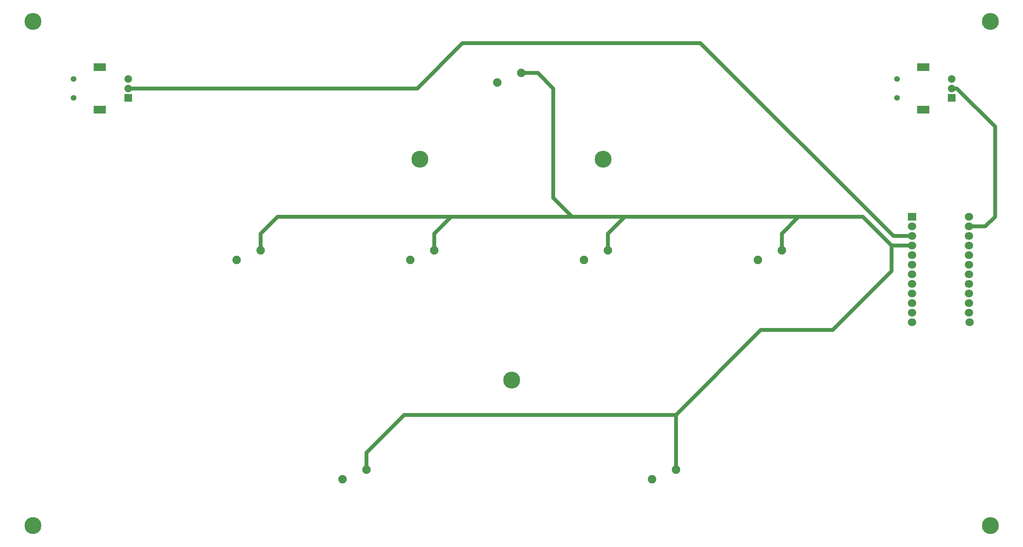
<source format=gbr>
%TF.GenerationSoftware,KiCad,Pcbnew,(5.1.9)-1*%
%TF.CreationDate,2021-02-02T18:21:00+08:00*%
%TF.ProjectId,Overdrive,4f766572-6472-4697-9665-2e6b69636164,rev?*%
%TF.SameCoordinates,Original*%
%TF.FileFunction,Copper,L2,Bot*%
%TF.FilePolarity,Positive*%
%FSLAX46Y46*%
G04 Gerber Fmt 4.6, Leading zero omitted, Abs format (unit mm)*
G04 Created by KiCad (PCBNEW (5.1.9)-1) date 2021-02-02 18:21:00*
%MOMM*%
%LPD*%
G01*
G04 APERTURE LIST*
%TA.AperFunction,ComponentPad*%
%ADD10O,2.200000X2.000000*%
%TD*%
%TA.AperFunction,ComponentPad*%
%ADD11R,2.200000X2.000000*%
%TD*%
%TA.AperFunction,ComponentPad*%
%ADD12C,2.250000*%
%TD*%
%TA.AperFunction,ComponentPad*%
%ADD13R,2.000000X2.000000*%
%TD*%
%TA.AperFunction,ComponentPad*%
%ADD14C,2.000000*%
%TD*%
%TA.AperFunction,ComponentPad*%
%ADD15R,3.200000X2.000000*%
%TD*%
%TA.AperFunction,ComponentPad*%
%ADD16C,1.500000*%
%TD*%
%TA.AperFunction,ViaPad*%
%ADD17C,4.500000*%
%TD*%
%TA.AperFunction,Conductor*%
%ADD18C,1.000000*%
%TD*%
G04 APERTURE END LIST*
D10*
%TO.P,U1,10*%
%TO.N,Net-(LASER-L1-PadA)*%
X252240000Y-83940000D03*
%TO.P,U1,9*%
%TO.N,Net-(U1-Pad9)*%
X237000000Y-83940000D03*
%TO.P,U1,8*%
%TO.N,Net-(FX-R1-Pad1)*%
X237000000Y-81400000D03*
%TO.P,U1,7*%
%TO.N,Net-(FX-L1-Pad1)*%
X237000000Y-78860000D03*
%TO.P,U1,6*%
%TO.N,Net-(BT-D1-Pad1)*%
X237000000Y-76320000D03*
%TO.P,U1,5*%
%TO.N,Net-(BT-C1-Pad1)*%
X237000000Y-73780000D03*
%TO.P,U1,4*%
%TO.N,Net-(BT-B1-Pad1)*%
X237000000Y-71240000D03*
%TO.P,U1,3*%
%TO.N,Net-(BT-A1-Pad1)*%
X237000000Y-68700000D03*
%TO.P,U1,2*%
%TO.N,Net-(START1-Pad1)*%
X237000000Y-66160000D03*
%TO.P,U1,GND2*%
%TO.N,Net-(BT-A1-Pad2)*%
X237000000Y-63620000D03*
%TO.P,U1,GND1*%
%TO.N,Net-(LASER-L1-PadC)*%
X237000000Y-61080000D03*
%TO.P,U1,0*%
%TO.N,Net-(U1-Pad0)*%
X237000000Y-58540000D03*
D11*
%TO.P,U1,1*%
%TO.N,Net-(U1-Pad1)*%
X237000000Y-56000000D03*
D10*
%TO.P,U1,16*%
%TO.N,Net-(LASER-L1-PadB)*%
X252113000Y-81425400D03*
%TO.P,U1,14*%
%TO.N,Net-(LASER-R1-PadA)*%
X252113000Y-78885400D03*
%TO.P,U1,15*%
%TO.N,Net-(LASER-R1-PadB)*%
X252113000Y-76345400D03*
%TO.P,U1,18*%
%TO.N,Net-(U1-Pad18)*%
X252113000Y-73805400D03*
%TO.P,U1,19*%
%TO.N,Net-(U1-Pad19)*%
X252113000Y-71265400D03*
%TO.P,U1,20*%
%TO.N,Net-(U1-Pad20)*%
X252113000Y-68725400D03*
%TO.P,U1,21*%
%TO.N,Net-(U1-Pad21)*%
X252113000Y-66185400D03*
%TO.P,U1,VCC*%
%TO.N,Net-(U1-PadVCC)*%
X252113000Y-63645400D03*
%TO.P,U1,RST*%
%TO.N,Net-(U1-PadRST)*%
X252113000Y-61105400D03*
%TO.P,U1,GND3*%
%TO.N,Net-(LASER-R1-PadC)*%
X252113000Y-58565400D03*
%TO.P,U1,RAW*%
%TO.N,Net-(U1-PadRAW)*%
X252113000Y-56025400D03*
%TD*%
D12*
%TO.P,START1,2*%
%TO.N,Net-(BT-A1-Pad2)*%
X133540000Y-17920000D03*
%TO.P,START1,1*%
%TO.N,Net-(START1-Pad1)*%
X127190000Y-20460000D03*
%TD*%
%TO.P,FX-R1,2*%
%TO.N,Net-(BT-A1-Pad2)*%
X174540000Y-122920000D03*
%TO.P,FX-R1,1*%
%TO.N,Net-(FX-R1-Pad1)*%
X168190000Y-125460000D03*
%TD*%
%TO.P,FX-L1,2*%
%TO.N,Net-(BT-A1-Pad2)*%
X92540000Y-122920000D03*
%TO.P,FX-L1,1*%
%TO.N,Net-(FX-L1-Pad1)*%
X86190000Y-125460000D03*
%TD*%
%TO.P,BT-D1,2*%
%TO.N,Net-(BT-A1-Pad2)*%
X202540000Y-64920000D03*
%TO.P,BT-D1,1*%
%TO.N,Net-(BT-D1-Pad1)*%
X196190000Y-67460000D03*
%TD*%
%TO.P,BT-C1,2*%
%TO.N,Net-(BT-A1-Pad2)*%
X156540000Y-64920000D03*
%TO.P,BT-C1,1*%
%TO.N,Net-(BT-C1-Pad1)*%
X150190000Y-67460000D03*
%TD*%
%TO.P,BT-B1,2*%
%TO.N,Net-(BT-A1-Pad2)*%
X110540000Y-64920000D03*
%TO.P,BT-B1,1*%
%TO.N,Net-(BT-B1-Pad1)*%
X104190000Y-67460000D03*
%TD*%
%TO.P,BT-A1,2*%
%TO.N,Net-(BT-A1-Pad2)*%
X64540000Y-64920000D03*
%TO.P,BT-A1,1*%
%TO.N,Net-(BT-A1-Pad1)*%
X58190000Y-67460000D03*
%TD*%
D13*
%TO.P,LASER-R1,A*%
%TO.N,Net-(LASER-R1-PadA)*%
X247500000Y-24500000D03*
D14*
%TO.P,LASER-R1,C*%
%TO.N,Net-(LASER-R1-PadC)*%
X247500000Y-22000000D03*
%TO.P,LASER-R1,B*%
%TO.N,Net-(LASER-R1-PadB)*%
X247500000Y-19500000D03*
D15*
%TO.P,LASER-R1,MP*%
%TO.N,N/C*%
X240000000Y-27600000D03*
X240000000Y-16400000D03*
D16*
%TO.P,LASER-R1,*%
%TO.N,*%
X233000000Y-24500000D03*
X233000000Y-19500000D03*
%TD*%
D13*
%TO.P,LASER-L1,A*%
%TO.N,Net-(LASER-L1-PadA)*%
X29500000Y-24500000D03*
D14*
%TO.P,LASER-L1,C*%
%TO.N,Net-(LASER-L1-PadC)*%
X29500000Y-22000000D03*
%TO.P,LASER-L1,B*%
%TO.N,Net-(LASER-L1-PadB)*%
X29500000Y-19500000D03*
D15*
%TO.P,LASER-L1,MP*%
%TO.N,N/C*%
X22000000Y-27600000D03*
X22000000Y-16400000D03*
D16*
%TO.P,LASER-L1,*%
%TO.N,*%
X15000000Y-24500000D03*
X15000000Y-19500000D03*
%TD*%
D17*
%TO.N,*%
X4250000Y-4250000D03*
X4250000Y-137750000D03*
X257750000Y-137750000D03*
X257750000Y-4250000D03*
X106750000Y-40750000D03*
X155250000Y-40750000D03*
X131000000Y-99250000D03*
%TD*%
D18*
%TO.N,Net-(BT-A1-Pad2)*%
X202540000Y-64920000D02*
X202540000Y-60460000D01*
X202540000Y-60460000D02*
X207000000Y-56000000D01*
X207000000Y-56000000D02*
X224000000Y-56000000D01*
X231620000Y-63620000D02*
X237000000Y-63620000D01*
X224000000Y-56000000D02*
X231620000Y-63620000D01*
X156540000Y-64920000D02*
X156540000Y-60460000D01*
X161000000Y-56000000D02*
X207000000Y-56000000D01*
X156540000Y-60460000D02*
X161000000Y-56000000D01*
X110540000Y-64920000D02*
X110540000Y-60460000D01*
X110540000Y-60460000D02*
X115000000Y-56000000D01*
X64540000Y-64920000D02*
X64540000Y-60460000D01*
X69000000Y-56000000D02*
X115000000Y-56000000D01*
X64540000Y-60460000D02*
X69000000Y-56000000D01*
X133540000Y-17920000D02*
X137920000Y-17920000D01*
X137920000Y-17920000D02*
X142000000Y-22000000D01*
X142000000Y-51000000D02*
X147000000Y-56000000D01*
X142000000Y-22000000D02*
X142000000Y-51000000D01*
X147000000Y-56000000D02*
X161000000Y-56000000D01*
X115000000Y-56000000D02*
X147000000Y-56000000D01*
X174540000Y-122920000D02*
X174540000Y-108460000D01*
X174540000Y-108460000D02*
X197000000Y-86000000D01*
X197000000Y-86000000D02*
X216000000Y-86000000D01*
X231620000Y-70380000D02*
X231620000Y-63620000D01*
X216000000Y-86000000D02*
X231620000Y-70380000D01*
X92540000Y-122920000D02*
X92540000Y-118460000D01*
X102540000Y-108460000D02*
X174540000Y-108460000D01*
X92540000Y-118460000D02*
X102540000Y-108460000D01*
%TO.N,Net-(LASER-L1-PadC)*%
X29500000Y-22000000D02*
X106000000Y-22000000D01*
X106000000Y-22000000D02*
X118000000Y-10000000D01*
X118000000Y-10000000D02*
X181000000Y-10000000D01*
X232080000Y-61080000D02*
X237000000Y-61080000D01*
X181000000Y-10000000D02*
X232080000Y-61080000D01*
%TO.N,Net-(LASER-R1-PadC)*%
X248914213Y-22000000D02*
X259000000Y-32085787D01*
X247500000Y-22000000D02*
X248914213Y-22000000D01*
X259000000Y-32085787D02*
X259000000Y-56000000D01*
X256434600Y-58565400D02*
X252113000Y-58565400D01*
X259000000Y-56000000D02*
X256434600Y-58565400D01*
%TD*%
M02*

</source>
